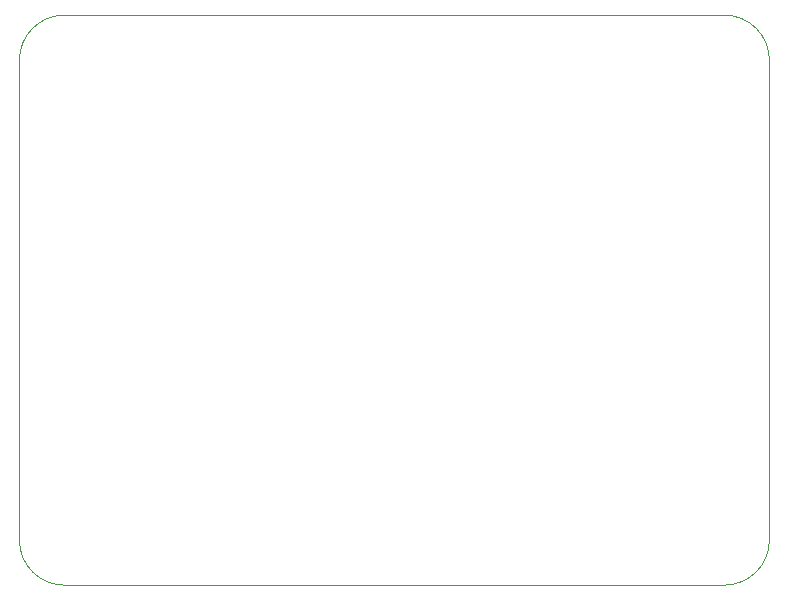
<source format=gbr>
%TF.GenerationSoftware,KiCad,Pcbnew,(6.0.10-0)*%
%TF.CreationDate,2023-01-20T21:59:02-08:00*%
%TF.ProjectId,mains-monitor,6d61696e-732d-46d6-9f6e-69746f722e6b,rev?*%
%TF.SameCoordinates,Original*%
%TF.FileFunction,Profile,NP*%
%FSLAX46Y46*%
G04 Gerber Fmt 4.6, Leading zero omitted, Abs format (unit mm)*
G04 Created by KiCad (PCBNEW (6.0.10-0)) date 2023-01-20 21:59:02*
%MOMM*%
%LPD*%
G01*
G04 APERTURE LIST*
%TA.AperFunction,Profile*%
%ADD10C,0.100000*%
%TD*%
G04 APERTURE END LIST*
D10*
X80010000Y-25400000D02*
X24130000Y-25400000D01*
X80010000Y-73660000D02*
G75*
G03*
X83820000Y-69850000I0J3810000D01*
G01*
X24130000Y-25400000D02*
G75*
G03*
X20320000Y-29210000I0J-3810000D01*
G01*
X83820000Y-69850000D02*
X83820000Y-29210000D01*
X20320000Y-69850000D02*
G75*
G03*
X24130000Y-73660000I3810000J0D01*
G01*
X83820000Y-29210000D02*
G75*
G03*
X80010000Y-25400000I-3810000J0D01*
G01*
X20320000Y-29210000D02*
X20320000Y-69850000D01*
X24130000Y-73660000D02*
X80010000Y-73660000D01*
M02*

</source>
